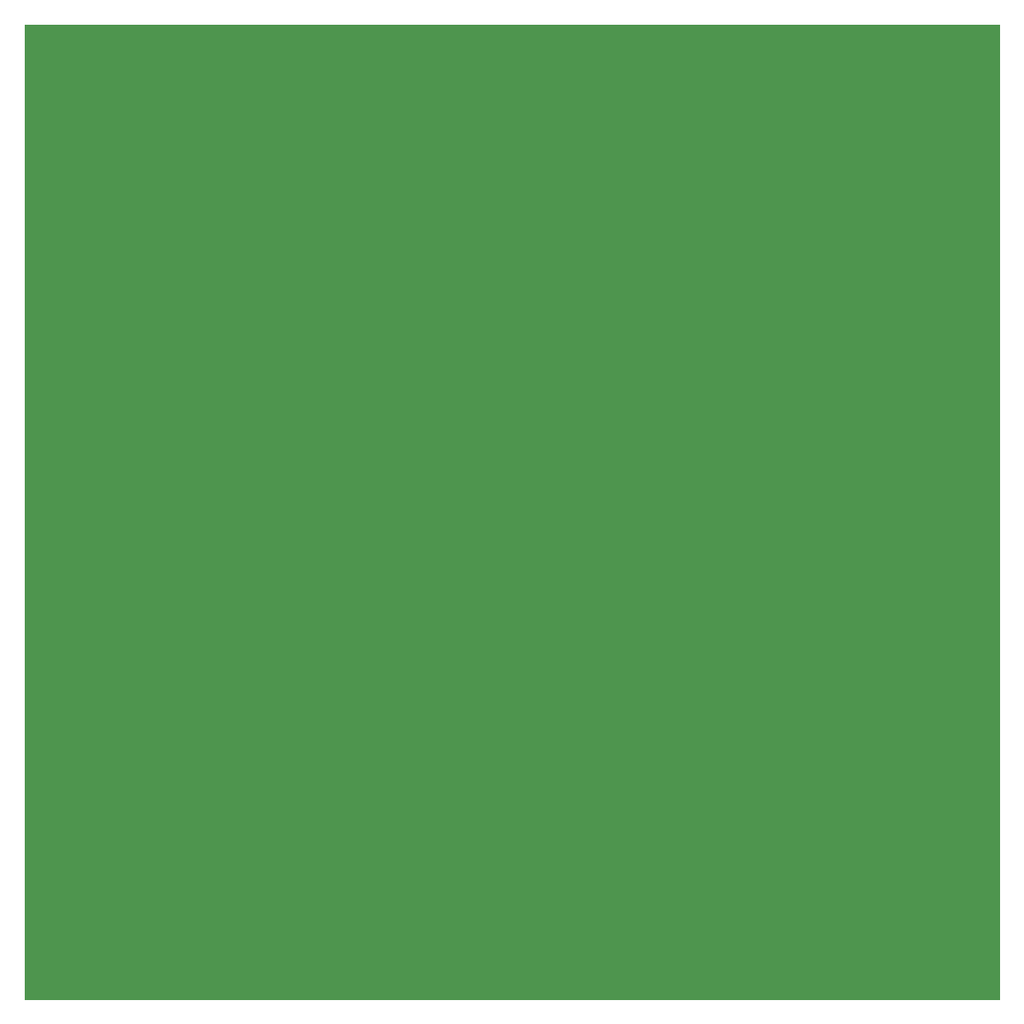
<source format=gbr>
G04 DipTrace 4.1.0.1*
G04 TopSilk.gbr*
%MOIN*%
G04 #@! TF.FileFunction,Legend,Top*
G04 #@! TF.Part,Single*
%ADD10C,0.004724*%
%ADD21C,0.15748*%
%ADD39C,0.082677*%
%ADD41R,0.074803X0.074803*%
%ADD43C,0.102362*%
%ADD45C,0.129921*%
%ADD46C,0.122047*%
%ADD47C,0.122047*%
%ADD49C,0.181102*%
%ADD51R,0.082677X0.082677*%
%ADD52C,0.090551*%
%ADD53C,0.161417*%
%ADD55C,0.161417*%
%ADD57R,0.161417X0.161417*%
%ADD59R,0.090551X0.090551*%
%ADD60C,0.090551*%
%ADD62C,0.102362*%
%ADD64R,0.102362X0.102362*%
G04 #@! TA.AperFunction,Conductor*
%ADD13C,0.07874*%
%ADD14C,0.059055*%
G04 #@! TA.AperFunction,ComponentPad*
%ADD15C,0.11811*%
%ADD16R,0.098425X0.098425*%
%ADD17C,0.098425*%
%ADD18C,0.086614*%
%ADD19R,0.086614X0.086614*%
%ADD20R,0.15748X0.15748*%
%ADD22C,0.15748*%
%ADD23C,0.086614*%
%ADD24R,0.07874X0.07874*%
%ADD25C,0.177165*%
%ADD26C,0.11811*%
%ADD27C,0.125984*%
%ADD28C,0.098425*%
%ADD29R,0.070866X0.070866*%
%ADD30C,0.07874*%
%ADD67C,0.00772*%
%ADD68C,0.012351*%
%ADD69C,0.004632*%
%FSLAX26Y26*%
G04*
G70*
G90*
G75*
G01*
G04 TopSilk*
%LPD*%
X1293701Y3393701D2*
D10*
X1493701D1*
Y4193701D1*
X1293701D1*
Y3393701D1*
X2143701D2*
X2343701D1*
Y4193701D1*
X2143701D1*
Y3393701D1*
X2843701Y3343701D2*
X3043701D1*
Y4143701D1*
X2843701D1*
Y3343701D1*
X2793701Y2848425D2*
G02X2793701Y2848425I0J196850D01*
G01*
X2781890Y3202756D2*
X2805512D1*
X2793701Y3214567D2*
Y3190945D1*
X2393708Y1298425D2*
G02X2393708Y1298425I-5J196850D01*
G01*
X2381888Y1652756D2*
X2405510D1*
X2393699Y1664567D2*
X2393700Y1640945D1*
X1843702Y2643701D2*
Y2618701D1*
X1443702Y2618692D1*
Y2643692D1*
X1443700Y2743692D2*
X1443699Y2768692D1*
X1843699Y2768701D1*
X1843700Y2743701D1*
X1662591Y1881881D2*
Y1905521D1*
X1650794Y1893701D2*
X1674421D1*
X1693693D2*
G02X1693693Y1893701I150007J0D01*
G01*
X1662591Y2281881D2*
Y2305521D1*
X1650794Y2293701D2*
X1674421D1*
X1693693D2*
G02X1693693Y2293701I150007J0D01*
G01*
X1293702Y743700D2*
X1168702Y743697D1*
X1293699Y893700D2*
X1168699Y893697D1*
X1168701Y1968701D2*
X1293701D1*
X1168701Y1818701D2*
X1293701D1*
Y918701D2*
X1168701D1*
X1293701Y1068701D2*
X1168701D1*
Y2468701D2*
X1293701D1*
X1168701Y2318701D2*
X1293701D1*
X4138976Y993701D2*
G02X4138976Y993701I-196850J0D01*
G01*
X3784646Y981890D2*
Y1005512D1*
X3772835Y993701D2*
X3796457D1*
X4138976Y1443701D2*
G02X4138976Y1443701I-196850J0D01*
G01*
X3784646Y1431890D2*
Y1455512D1*
X3772835Y1443701D2*
X3796457D1*
X2318706Y764561D2*
X2318714Y564561D1*
X3118714Y564596D1*
X3118706Y764596D1*
X2318706Y764561D1*
X3580521Y3762591D2*
X3556881D1*
X3568701Y3750794D2*
Y3774421D1*
X3418694Y3943700D2*
G02X3418694Y3943700I150007J0D01*
G01*
X3953946Y3596442D2*
X3930306D1*
X3942126Y3584646D2*
Y3608273D1*
X3792119Y3777552D2*
G02X3792119Y3777552I150007J0D01*
G01*
X1522834Y687388D2*
X1522833Y711028D1*
X1511037Y699208D2*
X1534664D1*
X1553936Y699213D2*
G02X1553936Y699213I150007J0D01*
G01*
X2718701Y4193701D2*
X2443701D1*
Y3318701D1*
X2718701D1*
Y4193701D1*
Y4168701D2*
X2443701D1*
X2143701Y2768701D2*
Y2618701D1*
X2481201D1*
Y2768701D1*
X2143701D1*
X2093701D2*
Y2618701D1*
X2143701D1*
Y2768701D1*
X2093701D1*
X2105979Y2440551D2*
X2381423D1*
X2105979Y2546850D2*
X2381423D1*
X2105979Y2440551D2*
Y2546850D1*
X2353787Y2440551D2*
X2385554D1*
Y2546850D1*
X2353787D1*
X2141168D2*
Y2440551D1*
X1650794Y1329060D2*
Y1053617D1*
X1757093Y1329060D2*
Y1053617D1*
X1650794Y1329060D2*
X1757093D1*
X1650794Y1081252D2*
Y1049486D1*
X1757093D1*
Y1081252D1*
Y1293871D2*
X1650794D1*
X1490551Y1329060D2*
Y1053617D1*
X1596850Y1329060D2*
Y1053617D1*
X1490551Y1329060D2*
X1596850D1*
X1490551Y1081252D2*
Y1049486D1*
X1596850D1*
Y1081252D1*
Y1293871D2*
X1490551D1*
X3231201Y827953D2*
X3456201D1*
Y1277953D1*
X3231201D1*
Y827953D1*
Y777953D2*
X3456201D1*
Y827953D1*
X3231201D1*
Y777953D1*
X4267125Y1975931D2*
X4267127Y1861475D1*
G02X4267125Y1975931I-98598J57226D01*
G01*
X3643701Y3297433D2*
X3418701D1*
Y2847433D1*
X3643701D1*
Y3297433D1*
Y3347433D2*
X3418701D1*
Y3297433D1*
X3643701D1*
Y3347433D1*
X493701Y2743701D2*
X893701D1*
Y3843701D1*
X493701D1*
Y2743701D1*
X490551Y2468701D2*
Y2268701D1*
X690551D1*
Y2468701D1*
X490551D1*
Y2043701D2*
Y1843701D1*
X690551D1*
Y2043701D1*
X490551D1*
Y1643701D2*
Y1443701D1*
X690551D1*
Y1643701D1*
X490551D1*
X3979528Y3393701D2*
Y3193701D1*
X4179528D1*
Y3393701D1*
X3979528D1*
Y2593701D2*
Y2393701D1*
X4179528D1*
Y2593701D1*
X3979528D1*
Y2993701D2*
Y2793701D1*
X4179528D1*
Y2993701D1*
X3979528D1*
X2450000Y2240551D2*
X2272835D1*
Y1846850D1*
X2450000D1*
Y2240551D1*
X2414567D2*
Y1846850D1*
X993703Y2743699D2*
X1193703Y2743703D1*
X1193694Y3243703D1*
X993694Y3243699D1*
X993703Y2743699D1*
X1643701Y3093701D2*
Y2893701D1*
X2143701D1*
Y3093701D1*
X1643701D1*
Y3293701D2*
Y3093701D1*
X2143701D1*
Y3293701D1*
X1643701D1*
X1968701Y793701D2*
X2168701D1*
Y1293701D1*
X1968701D1*
Y793701D1*
X2018701Y1743701D2*
X2118701D1*
Y2043701D1*
X2018701D1*
Y1743701D1*
X1818701Y1041339D2*
X1918701D1*
Y1341339D1*
X1818701D1*
Y1041339D1*
X1093701Y2093701D2*
Y1993701D1*
X1393701D1*
Y2093701D1*
X1093701D1*
Y1793701D2*
Y1693701D1*
X1393701D1*
Y1793701D1*
X1093701D1*
X793701Y1343701D2*
X893701D1*
Y1643701D1*
X793701D1*
Y1343701D1*
X1093701Y2243701D2*
Y2143701D1*
X1393701D1*
Y2243701D1*
X1093701D1*
X2422047Y1241339D2*
Y1141339D1*
X2722047D1*
Y1241339D1*
X2422047D1*
X3693701Y1277559D2*
X3493701D1*
Y777559D1*
X3693701D1*
Y1277559D1*
X4268701Y1341339D2*
X4168701D1*
Y1041339D1*
X4268701D1*
Y1341339D1*
X3718701Y2902756D2*
X3868701D1*
Y3302756D1*
X3718701D1*
Y2902756D1*
X2722047Y977559D2*
Y1077559D1*
X2422047D1*
Y977559D1*
X2722047D1*
X1668701Y3793701D2*
X2018701D1*
Y3818701D1*
X1668701D1*
Y3793701D1*
X1693701Y3743701D2*
Y3768701D1*
X1993701D1*
Y3743701D1*
X1693701Y3868701D2*
Y3843701D1*
X1993701D1*
Y3868701D1*
X2743701Y2568701D2*
Y1718701D1*
X3643701D1*
Y2568701D1*
X2743701D1*
X1346067Y1490551D2*
Y1096850D1*
X1141335D2*
X1346067D1*
X1141335Y1490551D2*
Y1096850D1*
Y1490551D2*
X1220075D1*
X1346067D2*
X1267327D1*
X1220075D2*
G03X1267327Y1490551I23626J4D01*
G01*
X968701Y3393701D2*
X1218701D1*
Y4193701D1*
X968701D1*
Y3393701D1*
X1357416Y3797919D2*
D67*
X1352663Y3795543D1*
X1347854Y3790734D1*
X1345478Y3785981D1*
Y3776420D1*
X1347854Y3771611D1*
X1352663Y3766858D1*
X1357416Y3764426D1*
X1364601Y3762049D1*
X1376594D1*
X1383724Y3764426D1*
X1388533Y3766858D1*
X1393286Y3771611D1*
X1395718Y3776420D1*
Y3785981D1*
X1393286Y3790734D1*
X1388533Y3795543D1*
X1383724Y3797919D1*
X1355095Y3813359D2*
X1352663Y3818167D1*
X1345533Y3825352D1*
X1395718D1*
X2227506Y3787169D2*
X2222753Y3784793D1*
X2217945Y3779984D1*
X2215568Y3775231D1*
Y3765670D1*
X2217945Y3760861D1*
X2222753Y3756108D1*
X2227506Y3753676D1*
X2234692Y3751300D1*
X2246685D1*
X2253815Y3753676D1*
X2258623Y3756108D1*
X2263376Y3760861D1*
X2265808Y3765670D1*
Y3775231D1*
X2263376Y3779984D1*
X2258623Y3784793D1*
X2253815Y3787169D1*
X2227562Y3805041D2*
X2225185D1*
X2220377Y3807417D1*
X2218000Y3809794D1*
X2215624Y3814602D1*
Y3824164D1*
X2218000Y3828917D1*
X2220377Y3831294D1*
X2225185Y3833725D1*
X2229938D1*
X2234747Y3831294D1*
X2241877Y3826540D1*
X2265808Y3802609D1*
Y3836102D1*
X2932416Y3737169D2*
X2927663Y3734793D1*
X2922854Y3729984D1*
X2920478Y3725231D1*
Y3715670D1*
X2922854Y3710861D1*
X2927663Y3706108D1*
X2932416Y3703676D1*
X2939601Y3701300D1*
X2951594D1*
X2958724Y3703676D1*
X2963533Y3706108D1*
X2968286Y3710861D1*
X2970718Y3715670D1*
Y3725231D1*
X2968286Y3729984D1*
X2963533Y3734793D1*
X2958724Y3737169D1*
X2920533Y3757417D2*
Y3783670D1*
X2939656Y3769355D1*
Y3776540D1*
X2942033Y3781294D1*
X2944409Y3783670D1*
X2951594Y3786102D1*
X2956348D1*
X2963533Y3783670D1*
X2968341Y3778917D1*
X2970718Y3771732D1*
Y3764547D1*
X2968341Y3757417D1*
X2965909Y3755041D1*
X2961156Y3752609D1*
X3002922Y3236470D2*
X3000546Y3241223D1*
X2995737Y3246032D1*
X2990984Y3248408D1*
X2981422D1*
X2976614Y3246032D1*
X2971861Y3241223D1*
X2969429Y3236470D1*
X2967052Y3229285D1*
Y3217291D1*
X2969429Y3210162D1*
X2971861Y3205353D1*
X2976614Y3200600D1*
X2981422Y3198168D1*
X2990984D1*
X2995737Y3200600D1*
X3000546Y3205353D1*
X3002922Y3210162D1*
X3042293Y3198168D2*
Y3248353D1*
X3018361Y3214915D1*
X3054231D1*
X2604111Y1711475D2*
X2601735Y1716228D1*
X2596926Y1721037D1*
X2592173Y1723413D1*
X2582611D1*
X2577803Y1721036D1*
X2573050Y1716228D1*
X2570618Y1711474D1*
X2568242Y1704289D1*
Y1692296D1*
X2570619Y1685166D1*
X2573051Y1680358D1*
X2577804Y1675605D1*
X2582613Y1673173D1*
X2592174D1*
X2596927Y1675605D1*
X2601736Y1680358D1*
X2604112Y1685167D1*
X2648235Y1723359D2*
X2624359D1*
X2621983Y1701859D1*
X2624359Y1704236D1*
X2631544Y1706668D1*
X2638674D1*
X2645859Y1704236D1*
X2650668Y1699483D1*
X2653044Y1692298D1*
X2653045Y1687545D1*
X2650668Y1680360D1*
X2645860Y1675551D1*
X2638675Y1673174D1*
X2631545D1*
X2624360Y1675551D1*
X2621983Y1677982D1*
X2619551Y1682736D1*
X1638388Y2709894D2*
X1636011Y2714647D1*
X1631202Y2719455D1*
X1626449Y2721832D1*
X1616888Y2721831D1*
X1612079Y2719455D1*
X1607326Y2714646D1*
X1604894Y2709893D1*
X1602518Y2702708D1*
Y2690714D1*
X1604895Y2683585D1*
X1607327Y2678776D1*
X1612080Y2674023D1*
X1616889Y2671591D1*
X1626450Y2671592D1*
X1631203Y2674024D1*
X1636012Y2678777D1*
X1638388Y2683585D1*
X1682512Y2714648D2*
X1680135Y2719401D1*
X1672950Y2721777D1*
X1668197D1*
X1661012Y2719401D1*
X1656203Y2712215D1*
X1653827Y2700277D1*
Y2688339D1*
X1656204Y2678777D1*
X1661013Y2673969D1*
X1668198Y2671593D1*
X1670574D1*
X1677704Y2673969D1*
X1682512Y2678778D1*
X1684889Y2685963D1*
Y2688340D1*
X1682512Y2695525D1*
X1677704Y2700278D1*
X1670574Y2702654D1*
X1668197D1*
X1661012Y2700277D1*
X1656204Y2695524D1*
X1653827Y2688339D1*
X2065719Y1904986D2*
X2063343Y1909739D1*
X2058534Y1914547D1*
X2053781Y1916924D1*
X2044219D1*
X2039411Y1914547D1*
X2034658Y1909739D1*
X2032226Y1904986D1*
X2029849Y1897801D1*
Y1885807D1*
X2032226Y1878677D1*
X2034658Y1873869D1*
X2039411Y1869116D1*
X2044219Y1866684D1*
X2053781D1*
X2058534Y1869116D1*
X2063343Y1873869D1*
X2065719Y1878677D1*
X2090720Y1866684D2*
X2114652Y1916869D1*
X2081159D1*
X2065747Y2309895D2*
X2063370Y2314648D1*
X2058562Y2319457D1*
X2053809Y2321833D1*
X2044247D1*
X2039439Y2319457D1*
X2034685Y2314648D1*
X2032254Y2309895D1*
X2029877Y2302710D1*
Y2290717D1*
X2032254Y2283587D1*
X2034685Y2278778D1*
X2039439Y2274025D1*
X2044247Y2271593D1*
X2053809D1*
X2058562Y2274025D1*
X2063370Y2278778D1*
X2065747Y2283587D1*
X2093124Y2321778D2*
X2085995Y2319401D1*
X2083563Y2314648D1*
Y2309840D1*
X2085995Y2305087D1*
X2090748Y2302655D1*
X2100309Y2300278D1*
X2107495Y2297902D1*
X2112248Y2293093D1*
X2114624Y2288340D1*
Y2281155D1*
X2112248Y2276402D1*
X2109871Y2273970D1*
X2102686Y2271593D1*
X2093124D1*
X2085995Y2273970D1*
X2083563Y2276402D1*
X2081186Y2281155D1*
Y2288340D1*
X2083563Y2293093D1*
X2088371Y2297902D1*
X2095501Y2300278D1*
X2105063Y2302655D1*
X2109871Y2305087D1*
X2112248Y2309840D1*
Y2314648D1*
X2109871Y2319401D1*
X2102686Y2321778D1*
X2093124D1*
X988360Y834891D2*
X985983Y839644D1*
X981175Y844453D1*
X976422Y846829D1*
X966860D1*
X962052Y844452D1*
X957298Y839644D1*
X954867Y834891D1*
X952490Y827705D1*
X952491Y815712D1*
X954867Y808582D1*
X957299Y803774D1*
X962053Y799021D1*
X966861Y796589D1*
X976423D1*
X981176Y799021D1*
X985984Y803775D1*
X988361Y808583D1*
X1034916Y830084D2*
X1032484Y822899D1*
X1027731Y818090D1*
X1020546Y815714D1*
X1018170Y815713D1*
X1010985Y818090D1*
X1006231Y822898D1*
X1003799Y830083D1*
Y832460D1*
X1006231Y839645D1*
X1010984Y844398D1*
X1018169Y846775D1*
X1020546D1*
X1027731Y844399D1*
X1032484Y839645D1*
X1034916Y830084D1*
Y818090D1*
X1032485Y806152D1*
X1027732Y798967D1*
X1020547Y796590D1*
X1015794D1*
X1008609Y798967D1*
X1006232Y803775D1*
X1448453Y1909895D2*
X1446077Y1914648D1*
X1441268Y1919457D1*
X1436515Y1921833D1*
X1426953D1*
X1422145Y1919457D1*
X1417392Y1914648D1*
X1414960Y1909895D1*
X1412583Y1902710D1*
Y1890717D1*
X1414960Y1883587D1*
X1417392Y1878778D1*
X1422145Y1874025D1*
X1426953Y1871593D1*
X1436515D1*
X1441268Y1874025D1*
X1446077Y1878778D1*
X1448453Y1883587D1*
X1463892Y1912216D2*
X1468701Y1914648D1*
X1475886Y1921778D1*
Y1871593D1*
X1505695Y1921778D2*
X1498510Y1919401D1*
X1493702Y1912216D1*
X1491325Y1900278D1*
Y1893093D1*
X1493702Y1881155D1*
X1498510Y1873970D1*
X1505695Y1871593D1*
X1510448D1*
X1517633Y1873970D1*
X1522387Y1881155D1*
X1524818Y1893093D1*
Y1900278D1*
X1522387Y1912216D1*
X1517633Y1919401D1*
X1510448Y1921778D1*
X1505695D1*
X1522387Y1912216D2*
X1493702Y1881155D1*
X984203Y1014803D2*
X981826Y1019556D1*
X977018Y1024365D1*
X972265Y1026741D1*
X962703D1*
X957895Y1024365D1*
X953142Y1019556D1*
X950710Y1014803D1*
X948333Y1007618D1*
Y995625D1*
X950710Y988495D1*
X953142Y983686D1*
X957895Y978933D1*
X962703Y976501D1*
X972265D1*
X977018Y978933D1*
X981826Y983686D1*
X984203Y988495D1*
X999642Y1017125D2*
X1004451Y1019556D1*
X1011636Y1026686D1*
Y976501D1*
X1027075Y1017125D2*
X1031883Y1019556D1*
X1039068Y1026686D1*
Y976501D1*
X1448453Y2409895D2*
X1446077Y2414648D1*
X1441268Y2419457D1*
X1436515Y2421833D1*
X1426953D1*
X1422145Y2419457D1*
X1417392Y2414648D1*
X1414960Y2409895D1*
X1412583Y2402710D1*
Y2390717D1*
X1414960Y2383587D1*
X1417392Y2378778D1*
X1422145Y2374025D1*
X1426953Y2371593D1*
X1436515D1*
X1441268Y2374025D1*
X1446077Y2378778D1*
X1448453Y2383587D1*
X1463892Y2412216D2*
X1468701Y2414648D1*
X1475886Y2421778D1*
Y2371593D1*
X1493757Y2409840D2*
Y2412216D1*
X1496134Y2417025D1*
X1498510Y2419401D1*
X1503319Y2421778D1*
X1512880D1*
X1517633Y2419401D1*
X1520010Y2417025D1*
X1522442Y2412216D1*
Y2407463D1*
X1520010Y2402655D1*
X1515257Y2395525D1*
X1491325Y2371593D1*
X1524818D1*
X3796878Y767953D2*
X3794502Y772706D1*
X3789693Y777514D1*
X3784940Y779891D1*
X3775378D1*
X3770570Y777514D1*
X3765817Y772706D1*
X3763385Y767953D1*
X3761008Y760768D1*
Y748774D1*
X3763385Y741645D1*
X3765817Y736836D1*
X3770570Y732083D1*
X3775378Y729651D1*
X3784940D1*
X3789693Y732083D1*
X3794502Y736836D1*
X3796878Y741645D1*
X3812318Y770274D2*
X3817126Y772706D1*
X3824311Y779836D1*
Y729651D1*
X3844559Y779836D2*
X3870812D1*
X3856497Y760713D1*
X3863682D1*
X3868435Y758336D1*
X3870812Y755959D1*
X3873244Y748774D1*
Y744021D1*
X3870812Y736836D1*
X3866059Y732028D1*
X3858874Y729651D1*
X3851688D1*
X3844559Y732028D1*
X3842182Y734459D1*
X3839750Y739213D1*
X3795690Y1676836D2*
X3793313Y1681589D1*
X3788505Y1686398D1*
X3783752Y1688774D1*
X3774190D1*
X3769382Y1686398D1*
X3764629Y1681589D1*
X3762197Y1676836D1*
X3759820Y1669651D1*
Y1657658D1*
X3762197Y1650528D1*
X3764629Y1645719D1*
X3769382Y1640966D1*
X3774190Y1638534D1*
X3783752D1*
X3788505Y1640966D1*
X3793313Y1645719D1*
X3795690Y1650528D1*
X3811129Y1679157D2*
X3815938Y1681589D1*
X3823123Y1688719D1*
Y1638534D1*
X3862494D2*
Y1688719D1*
X3838562Y1655281D1*
X3874432D1*
X2698458Y680767D2*
X2696081Y685520D1*
X2691272Y690328D1*
X2686519Y692705D1*
X2676957Y692704D1*
X2672149Y690327D1*
X2667396Y685519D1*
X2664964Y680765D1*
X2662588Y673580D1*
X2662589Y661587D1*
X2664965Y654457D1*
X2667398Y649649D1*
X2672151Y644896D1*
X2676959Y642464D1*
X2686521Y642465D1*
X2691274Y644897D1*
X2696082Y649650D1*
X2698459Y654459D1*
X2713897Y683089D2*
X2718705Y685521D1*
X2725890Y692651D1*
X2725892Y642466D1*
X2770014Y692653D2*
X2746138Y692652D1*
X2743762Y671152D1*
X2746138Y673529D1*
X2753323Y675961D1*
X2760453D1*
X2767638Y673530D1*
X2772447Y668777D1*
X2774824Y661592D1*
Y656839D1*
X2772448Y649653D1*
X2767639Y644845D1*
X2760455Y642468D1*
X2753325D1*
X2746140Y644844D1*
X2743763Y647276D1*
X2741331Y652029D1*
X3357416Y3902003D2*
X3352663Y3899626D1*
X3347854Y3894818D1*
X3345478Y3890065D1*
Y3880503D1*
X3347854Y3875695D1*
X3352663Y3870941D1*
X3357416Y3868510D1*
X3364601Y3866133D1*
X3376594D1*
X3383724Y3868510D1*
X3388533Y3870941D1*
X3393286Y3875695D1*
X3395718Y3880503D1*
Y3890065D1*
X3393286Y3894818D1*
X3388533Y3899626D1*
X3383724Y3902003D1*
X3355095Y3917442D2*
X3352663Y3922251D1*
X3345533Y3929436D1*
X3395718D1*
Y3954437D2*
X3345533Y3978368D1*
Y3944875D1*
X3730841Y3735882D2*
X3726088Y3733506D1*
X3721279Y3728697D1*
X3718903Y3723944D1*
Y3714382D1*
X3721279Y3709574D1*
X3726088Y3704821D1*
X3730841Y3702389D1*
X3738026Y3700012D1*
X3750020D1*
X3757149Y3702389D1*
X3761958Y3704821D1*
X3766711Y3709574D1*
X3769143Y3714382D1*
Y3723944D1*
X3766711Y3728697D1*
X3761958Y3733506D1*
X3757149Y3735882D1*
X3728520Y3751322D2*
X3726088Y3756130D1*
X3718958Y3763315D1*
X3769143D1*
X3718958Y3790693D2*
X3721335Y3783563D1*
X3726088Y3781131D1*
X3730896D1*
X3735650Y3783563D1*
X3738081Y3788316D1*
X3740458Y3797878D1*
X3742835Y3805063D1*
X3747643Y3809816D1*
X3752396Y3812192D1*
X3759581D1*
X3764334Y3809816D1*
X3766766Y3807439D1*
X3769143Y3800254D1*
Y3790693D1*
X3766766Y3783563D1*
X3764334Y3781131D1*
X3759581Y3778754D1*
X3752396D1*
X3747643Y3781131D1*
X3742835Y3785939D1*
X3740458Y3793069D1*
X3738081Y3802631D1*
X3735650Y3807439D1*
X3730896Y3809816D1*
X3726088D1*
X3721335Y3807439D1*
X3718958Y3800254D1*
Y3790693D1*
X1672353Y820315D2*
X1669976Y825068D1*
X1665168Y829876D1*
X1660414Y832253D1*
X1650853Y832252D1*
X1646044Y829876D1*
X1641291Y825067D1*
X1638860Y820314D1*
X1636483Y813129D1*
X1636484Y801135D1*
X1638860Y794005D1*
X1641292Y789197D1*
X1646046Y784444D1*
X1650854Y782012D1*
X1660416Y782013D1*
X1665169Y784445D1*
X1669977Y789198D1*
X1672354Y794006D1*
X1687792Y822637D2*
X1692601Y825069D1*
X1699785Y832198D1*
X1699787Y782014D1*
X1746342Y815508D2*
X1743910Y808323D1*
X1739157Y803515D1*
X1731972Y801138D1*
X1729596D1*
X1722411Y803514D1*
X1717657Y808323D1*
X1715225Y815508D1*
Y817884D1*
X1717657Y825069D1*
X1722410Y829823D1*
X1729595Y832199D1*
X1731971D1*
X1739156Y829823D1*
X1743910Y825070D1*
X1746342Y815508D1*
Y803515D1*
X1743911Y791577D1*
X1739158Y784392D1*
X1731973Y782015D1*
X1727220D1*
X1720035Y784391D1*
X1717658Y789199D1*
X2810775Y4068745D2*
D68*
X2741887D1*
X2776286Y4103145D2*
Y4034257D1*
X2736183Y3876242D2*
X2816567Y3906928D1*
X2736183Y3937525D1*
X2762978Y3926029D2*
Y3887738D1*
X2797466Y3794148D2*
X2805071Y3797950D1*
X2812764Y3805644D1*
X2816567Y3813249D1*
Y3828547D1*
X2812764Y3836241D1*
X2805071Y3843846D1*
X2797466Y3847737D1*
X2785970Y3851539D1*
X2766780D1*
X2755372Y3847737D1*
X2747679Y3843846D1*
X2740074Y3836241D1*
X2736183Y3828547D1*
Y3813249D1*
X2740074Y3805644D1*
X2747679Y3797950D1*
X2755372Y3794148D1*
X2736183Y3626242D2*
X2816567Y3656928D1*
X2736183Y3687525D1*
X2762978Y3676029D2*
Y3637738D1*
X2797466Y3544148D2*
X2805071Y3547950D1*
X2812764Y3555644D1*
X2816567Y3563249D1*
Y3578547D1*
X2812764Y3586241D1*
X2805071Y3593846D1*
X2797466Y3597737D1*
X2785970Y3601539D1*
X2766780D1*
X2755372Y3597737D1*
X2747679Y3593846D1*
X2740074Y3586241D1*
X2736183Y3578547D1*
Y3563249D1*
X2740074Y3555644D1*
X2747679Y3547950D1*
X2755372Y3544148D1*
X2776331Y3440352D2*
Y3396136D1*
X2563238Y4284333D2*
D67*
Y4234093D1*
X2579984D1*
X2587169Y4236525D1*
X2591978Y4241278D1*
X2594354Y4246087D1*
X2596731Y4253217D1*
Y4265210D1*
X2594354Y4272395D1*
X2591978Y4277148D1*
X2587169Y4281957D1*
X2579984Y4284333D1*
X2563238D1*
X2612170Y4274716D2*
X2616979Y4277148D1*
X2624164Y4284278D1*
Y4234093D1*
X2252488Y2721833D2*
Y2671593D1*
X2269234D1*
X2276420Y2674025D1*
X2281228Y2678778D1*
X2283605Y2683587D1*
X2285981Y2690717D1*
Y2702710D1*
X2283605Y2709895D1*
X2281228Y2714648D1*
X2276420Y2719457D1*
X2269234Y2721833D1*
X2252488D1*
X2303852Y2709840D2*
Y2712216D1*
X2306229Y2717025D1*
X2308605Y2719401D1*
X2313414Y2721778D1*
X2322976D1*
X2327729Y2719401D1*
X2330105Y2717025D1*
X2332537Y2712216D1*
Y2707463D1*
X2330105Y2702655D1*
X2325352Y2695525D1*
X2301420Y2671593D1*
X2334914D1*
X2202488Y2521833D2*
Y2471593D1*
X2219234D1*
X2226420Y2474025D1*
X2231228Y2478778D1*
X2233605Y2483587D1*
X2235981Y2490717D1*
Y2502710D1*
X2233605Y2509895D1*
X2231228Y2514648D1*
X2226420Y2519457D1*
X2219234Y2521833D1*
X2202488D1*
X2256229Y2521778D2*
X2282482D1*
X2268167Y2502655D1*
X2275352D1*
X2280105Y2500278D1*
X2282482Y2497902D1*
X2284914Y2490717D1*
Y2485963D1*
X2282482Y2478778D1*
X2277729Y2473970D1*
X2270544Y2471593D1*
X2263359D1*
X2256229Y2473970D1*
X2253852Y2476402D1*
X2251420Y2481155D1*
X1732076Y1233740D2*
X1681836D1*
Y1216993D1*
X1684268Y1209808D1*
X1689021Y1205000D1*
X1693830Y1202623D1*
X1700959Y1200247D1*
X1712953D1*
X1720138Y1202623D1*
X1724891Y1205000D1*
X1729700Y1209808D1*
X1732076Y1216993D1*
Y1233740D1*
X1681836Y1160876D2*
X1732021D1*
X1698583Y1184807D1*
Y1148937D1*
X1571833Y1207552D2*
X1521593D1*
Y1190805D1*
X1524025Y1183620D1*
X1528778Y1178811D1*
X1533587Y1176435D1*
X1540717Y1174058D1*
X1552710D1*
X1559895Y1176435D1*
X1564648Y1178811D1*
X1569457Y1183620D1*
X1571833Y1190805D1*
Y1207552D1*
X1571778Y1129934D2*
Y1153811D1*
X1550278Y1156187D1*
X1552655Y1153811D1*
X1555087Y1146625D1*
Y1139496D1*
X1552655Y1132311D1*
X1547902Y1127502D1*
X1540717Y1125126D1*
X1535963D1*
X1528778Y1127502D1*
X1523970Y1132311D1*
X1521593Y1139496D1*
Y1146625D1*
X1523970Y1153811D1*
X1526402Y1156187D1*
X1531155Y1158619D1*
X3315568Y1010552D2*
X3365808D1*
Y1027298D1*
X3363376Y1034483D1*
X3358623Y1039292D1*
X3353815Y1041668D1*
X3346685Y1044045D1*
X3334692D1*
X3327506Y1041668D1*
X3322753Y1039292D1*
X3317945Y1034483D1*
X3315568Y1027298D1*
Y1010552D1*
X3322753Y1088169D2*
X3318000Y1085792D1*
X3315624Y1078607D1*
Y1073854D1*
X3318000Y1066669D1*
X3325185Y1061861D1*
X3337123Y1059484D1*
X3349062D1*
X3358623Y1061861D1*
X3363432Y1066669D1*
X3365808Y1073854D1*
Y1076231D1*
X3363432Y1083361D1*
X3358623Y1088169D1*
X3351438Y1090546D1*
X3349062D1*
X3341877Y1088169D1*
X3337123Y1083361D1*
X3334747Y1076231D1*
Y1073854D1*
X3337123Y1066669D1*
X3341877Y1061861D1*
X3349062Y1059484D1*
X4203487Y1831049D2*
D69*
X4203486Y1856882D1*
X4216387Y1843982D2*
X4190554D1*
X4202044Y1731477D2*
D67*
X4202043Y1781717D1*
X4185296D1*
X4178111Y1779285D1*
X4173303Y1774532D1*
X4170926Y1769723D1*
X4168550Y1762593D1*
Y1750600D1*
X4170927Y1743415D1*
X4173304Y1738662D1*
X4178112Y1733853D1*
X4185297Y1731477D1*
X4202044D1*
X4143549Y1781716D2*
X4119618Y1731531D1*
X4153111D1*
X3559333Y3143941D2*
X3509093D1*
Y3127195D1*
X3511525Y3120010D1*
X3516278Y3115201D1*
X3521087Y3112824D1*
X3528217Y3110448D1*
X3540210D1*
X3547395Y3112824D1*
X3552148Y3115201D1*
X3556957Y3120010D1*
X3559333Y3127195D1*
Y3143941D1*
X3559278Y3083070D2*
X3556901Y3090200D1*
X3552148Y3092632D1*
X3547340D1*
X3542587Y3090200D1*
X3540155Y3085447D1*
X3537778Y3075885D1*
X3535402Y3068700D1*
X3530593Y3063947D1*
X3525840Y3061571D1*
X3518655D1*
X3513902Y3063947D1*
X3511470Y3066324D1*
X3509093Y3073509D1*
Y3083070D1*
X3511470Y3090200D1*
X3513902Y3092632D1*
X3518655Y3095009D1*
X3525840D1*
X3530593Y3092632D1*
X3535402Y3087824D1*
X3537778Y3080694D1*
X3540155Y3071132D1*
X3542587Y3066324D1*
X3547340Y3063947D1*
X3552148D1*
X3556901Y3066324D1*
X3559278Y3073509D1*
Y3083070D1*
X665568Y3295543D2*
Y3264426D1*
X715808D1*
X689500D2*
Y3283549D1*
X675185Y3310982D2*
X672753Y3315790D1*
X665624Y3322976D1*
X715808D1*
X588801Y2541924D2*
Y2503677D1*
X586424Y2496492D1*
X583992Y2494116D1*
X579239Y2491684D1*
X574431D1*
X569677Y2494116D1*
X567301Y2496492D1*
X564869Y2503677D1*
Y2508431D1*
X604240Y2532307D2*
X609048Y2534739D1*
X616233Y2541869D1*
Y2491684D1*
X578051Y2116924D2*
Y2078677D1*
X575674Y2071492D1*
X573242Y2069116D1*
X568489Y2066684D1*
X563681D1*
X558927Y2069116D1*
X556551Y2071492D1*
X554119Y2078677D1*
Y2083431D1*
X595922Y2104930D2*
Y2107307D1*
X598298Y2112115D1*
X600675Y2114492D1*
X605483Y2116869D1*
X615045D1*
X619798Y2114492D1*
X622175Y2112115D1*
X624607Y2107307D1*
Y2102554D1*
X622175Y2097745D1*
X617422Y2090616D1*
X593490Y2066684D1*
X626983D1*
X578051Y1716924D2*
Y1678677D1*
X575674Y1671492D1*
X573242Y1669116D1*
X568489Y1666684D1*
X563681D1*
X558927Y1669116D1*
X556551Y1671492D1*
X554119Y1678677D1*
Y1683431D1*
X598298Y1716869D2*
X624551D1*
X610237Y1697745D1*
X617422D1*
X622175Y1695369D1*
X624551Y1692992D1*
X626983Y1685807D1*
Y1681054D1*
X624551Y1673869D1*
X619798Y1669060D1*
X612613Y1666684D1*
X605428D1*
X598298Y1669060D1*
X595922Y1671492D1*
X593490Y1676245D1*
X4065839Y3466924D2*
Y3428677D1*
X4063462Y3421492D1*
X4061030Y3419116D1*
X4056277Y3416684D1*
X4051469D1*
X4046716Y3419116D1*
X4044339Y3421492D1*
X4041907Y3428677D1*
Y3433431D1*
X4105210Y3416684D2*
Y3466869D1*
X4081278Y3433431D1*
X4117148D1*
X4067027Y2666924D2*
Y2628677D1*
X4064651Y2621492D1*
X4062219Y2619116D1*
X4057465Y2616684D1*
X4052657D1*
X4047904Y2619116D1*
X4045527Y2621492D1*
X4043095Y2628677D1*
Y2633431D1*
X4111151Y2666869D2*
X4087275D1*
X4084898Y2645369D1*
X4087275Y2647745D1*
X4094460Y2650177D1*
X4101590D1*
X4108775Y2647745D1*
X4113583Y2642992D1*
X4115960Y2635807D1*
Y2631054D1*
X4113583Y2623869D1*
X4108775Y2619060D1*
X4101590Y2616684D1*
X4094460D1*
X4087275Y2619060D1*
X4084898Y2621492D1*
X4082466Y2626245D1*
X4068243Y3066924D2*
Y3028677D1*
X4065866Y3021492D1*
X4063435Y3019116D1*
X4058681Y3016684D1*
X4053873D1*
X4049120Y3019116D1*
X4046743Y3021492D1*
X4044311Y3028677D1*
Y3033431D1*
X4112367Y3059739D2*
X4109991Y3064492D1*
X4102806Y3066869D1*
X4098052D1*
X4090867Y3064492D1*
X4086059Y3057307D1*
X4083682Y3045369D1*
Y3033431D1*
X4086059Y3023869D1*
X4090867Y3019060D1*
X4098052Y3016684D1*
X4100429D1*
X4107559Y3019060D1*
X4112367Y3023869D1*
X4114744Y3031054D1*
Y3033431D1*
X4112367Y3040616D1*
X4107559Y3045369D1*
X4100429Y3047745D1*
X4098052D1*
X4090867Y3045369D1*
X4086059Y3040616D1*
X4083682Y3033431D1*
X2523223Y2062198D2*
X2520902Y2066951D1*
X2516093Y2071760D1*
X2511285Y2074136D1*
X2504100Y2076568D1*
X2492162D1*
X2484977Y2074136D1*
X2480223Y2071760D1*
X2475415Y2066951D1*
X2473038Y2062198D1*
Y2052636D1*
X2475415Y2047828D1*
X2480223Y2043075D1*
X2484977Y2040698D1*
X2492162Y2038266D1*
X2504100D1*
X2511285Y2040698D1*
X2516093Y2043075D1*
X2520902Y2047828D1*
X2523223Y2052636D1*
Y2062198D1*
X2482600Y2055013D2*
X2468230Y2040698D1*
X2513606Y2022827D2*
X2516038Y2018019D1*
X2523168Y2010834D1*
X2472983D1*
X1089501Y2988235D2*
Y3009735D1*
X1087069Y3016920D1*
X1084692Y3019352D1*
X1079939Y3021728D1*
X1075131D1*
X1070378Y3019351D1*
X1067946Y3016920D1*
X1065569Y3009734D1*
X1065570Y2988235D1*
X1115810Y2988236D1*
X1089501Y3004982D2*
X1115809Y3021729D1*
X1075186Y3037167D2*
X1072754Y3041976D1*
X1065624Y3049161D1*
X1115809Y3049162D1*
X1852488Y2997902D2*
X1873988D1*
X1881173Y3000333D1*
X1883605Y3002710D1*
X1885981Y3007463D1*
Y3012272D1*
X1883605Y3017025D1*
X1881173Y3019457D1*
X1873988Y3021833D1*
X1852488D1*
Y2971593D1*
X1869234Y2997902D2*
X1885981Y2971593D1*
X1903852Y3009840D2*
Y3012216D1*
X1906229Y3017025D1*
X1908605Y3019401D1*
X1913414Y3021778D1*
X1922976D1*
X1927729Y3019401D1*
X1930105Y3017025D1*
X1932537Y3012216D1*
Y3007463D1*
X1930105Y3002655D1*
X1925352Y2995525D1*
X1901420Y2971593D1*
X1934914D1*
X1852488Y3197902D2*
X1873988D1*
X1881173Y3200333D1*
X1883605Y3202710D1*
X1885981Y3207463D1*
Y3212272D1*
X1883605Y3217025D1*
X1881173Y3219457D1*
X1873988Y3221833D1*
X1852488D1*
Y3171593D1*
X1869234Y3197902D2*
X1885981Y3171593D1*
X1906229Y3221778D2*
X1932482D1*
X1918167Y3202655D1*
X1925352D1*
X1930105Y3200278D1*
X1932482Y3197902D1*
X1934914Y3190717D1*
Y3185963D1*
X1932482Y3178778D1*
X1927729Y3173970D1*
X1920544Y3171593D1*
X1913359D1*
X1906229Y3173970D1*
X1903852Y3176402D1*
X1901420Y3181155D1*
X2069409Y1001300D2*
Y1022799D1*
X2066978Y1029984D1*
X2064601Y1032416D1*
X2059848Y1034793D1*
X2055039D1*
X2050286Y1032416D1*
X2047854Y1029984D1*
X2045478Y1022799D1*
Y1001300D1*
X2095718D1*
X2069409Y1018046D2*
X2095718Y1034793D1*
Y1074164D2*
X2045533D1*
X2078971Y1050232D1*
Y1086102D1*
X2069409Y1852488D2*
Y1873988D1*
X2066978Y1881173D1*
X2064601Y1883605D1*
X2059848Y1885981D1*
X2055039D1*
X2050286Y1883605D1*
X2047854Y1881173D1*
X2045478Y1873988D1*
Y1852488D1*
X2095718D1*
X2069409Y1869234D2*
X2095718Y1885981D1*
X2045533Y1930105D2*
Y1906229D1*
X2067033Y1903852D1*
X2064656Y1906229D1*
X2062224Y1913414D1*
Y1920544D1*
X2064656Y1927729D1*
X2069409Y1932537D1*
X2076594Y1934914D1*
X2081348D1*
X2088533Y1932537D1*
X2093341Y1927729D1*
X2095718Y1920544D1*
Y1913414D1*
X2093341Y1906229D1*
X2090909Y1903852D1*
X2086156Y1901420D1*
X1864500Y1148937D2*
Y1170437D1*
X1862068Y1177622D1*
X1859692Y1180054D1*
X1854938Y1182431D1*
X1850130D1*
X1845377Y1180054D1*
X1842945Y1177622D1*
X1840568Y1170437D1*
Y1148937D1*
X1890808D1*
X1864500Y1165684D2*
X1890808Y1182431D1*
X1847753Y1226555D2*
X1843000Y1224178D1*
X1840624Y1216993D1*
Y1212240D1*
X1843000Y1205055D1*
X1850185Y1200247D1*
X1862123Y1197870D1*
X1874062D1*
X1883623Y1200247D1*
X1888432Y1205055D1*
X1890808Y1212240D1*
Y1214617D1*
X1888432Y1221746D1*
X1883623Y1226555D1*
X1876438Y1228931D1*
X1874062D1*
X1866877Y1226555D1*
X1862123Y1221746D1*
X1859747Y1214617D1*
Y1212240D1*
X1862123Y1205055D1*
X1866877Y1200247D1*
X1874062Y1197870D1*
X1202488Y2047902D2*
X1223988D1*
X1231173Y2050333D1*
X1233605Y2052710D1*
X1235981Y2057463D1*
Y2062272D1*
X1233605Y2067025D1*
X1231173Y2069457D1*
X1223988Y2071833D1*
X1202488D1*
Y2021593D1*
X1219234Y2047902D2*
X1235981Y2021593D1*
X1260982D2*
X1284914Y2071778D1*
X1251420D1*
X1202515Y1747902D2*
X1224015D1*
X1231200Y1750333D1*
X1233632Y1752710D1*
X1236009Y1757463D1*
Y1762272D1*
X1233632Y1767025D1*
X1231200Y1769457D1*
X1224015Y1771833D1*
X1202515D1*
Y1721593D1*
X1219262Y1747902D2*
X1236009Y1721593D1*
X1263386Y1771778D2*
X1256256Y1769401D1*
X1253825Y1764648D1*
Y1759840D1*
X1256256Y1755087D1*
X1261010Y1752655D1*
X1270571Y1750278D1*
X1277756Y1747902D1*
X1282510Y1743093D1*
X1284886Y1738340D1*
Y1731155D1*
X1282510Y1726402D1*
X1280133Y1723970D1*
X1272948Y1721593D1*
X1263386D1*
X1256256Y1723970D1*
X1253825Y1726402D1*
X1251448Y1731155D1*
Y1738340D1*
X1253825Y1743093D1*
X1258633Y1747902D1*
X1265763Y1750278D1*
X1275324Y1752655D1*
X1280133Y1755087D1*
X1282510Y1759840D1*
Y1764648D1*
X1280133Y1769401D1*
X1272948Y1771778D1*
X1263386D1*
X839500Y1453676D2*
Y1475176D1*
X837068Y1482361D1*
X834692Y1484793D1*
X829938Y1487169D1*
X825130D1*
X820377Y1484793D1*
X817945Y1482361D1*
X815568Y1475176D1*
Y1453676D1*
X865808D1*
X839500Y1470423D2*
X865808Y1487169D1*
X832315Y1533725D2*
X839500Y1531294D1*
X844308Y1526540D1*
X846685Y1519355D1*
Y1516979D1*
X844308Y1509794D1*
X839500Y1505041D1*
X832315Y1502609D1*
X829938D1*
X822753Y1505041D1*
X818000Y1509794D1*
X815624Y1516979D1*
Y1519355D1*
X818000Y1526540D1*
X822753Y1531294D1*
X832315Y1533725D1*
X844308D1*
X856247Y1531294D1*
X863432Y1526540D1*
X865808Y1519355D1*
Y1514602D1*
X863432Y1507417D1*
X858623Y1505041D1*
X1188771Y2197902D2*
X1210271D1*
X1217456Y2200333D1*
X1219888Y2202710D1*
X1222265Y2207463D1*
Y2212272D1*
X1219888Y2217025D1*
X1217456Y2219457D1*
X1210271Y2221833D1*
X1188771D1*
Y2171593D1*
X1205518Y2197902D2*
X1222265Y2171593D1*
X1237704Y2212216D2*
X1242512Y2214648D1*
X1249698Y2221778D1*
Y2171593D1*
X1279507Y2221778D2*
X1272322Y2219401D1*
X1267513Y2212216D1*
X1265137Y2200278D1*
Y2193093D1*
X1267513Y2181155D1*
X1272322Y2173970D1*
X1279507Y2171593D1*
X1284260D1*
X1291445Y2173970D1*
X1296198Y2181155D1*
X1298630Y2193093D1*
Y2200278D1*
X1296198Y2212216D1*
X1291445Y2219401D1*
X1284260Y2221778D1*
X1279507D1*
X1296198Y2212216D2*
X1267513Y2181155D1*
X2527868Y1195539D2*
X2549368D1*
X2556553Y1197971D1*
X2558985Y1200348D1*
X2561361Y1205101D1*
Y1209909D1*
X2558985Y1214663D1*
X2556553Y1217095D1*
X2549368Y1219471D1*
X2527868D1*
Y1169231D1*
X2544615Y1195539D2*
X2561361Y1169231D1*
X2576800Y1209854D2*
X2581609Y1212286D1*
X2588794Y1219416D1*
Y1169231D1*
X2604233Y1209854D2*
X2609042Y1212286D1*
X2616227Y1219416D1*
Y1169231D1*
X3597902Y1077440D2*
Y1055940D1*
X3600333Y1048755D1*
X3602710Y1046323D1*
X3607463Y1043946D1*
X3612272D1*
X3617025Y1046323D1*
X3619457Y1048755D1*
X3621833Y1055940D1*
Y1077440D1*
X3571593D1*
X3597902Y1060693D2*
X3571593Y1043946D1*
X3612216Y1028507D2*
X3614648Y1023699D1*
X3621778Y1016514D1*
X3571593D1*
X3609840Y998643D2*
X3612216D1*
X3617025Y996266D1*
X3619401Y993889D1*
X3621778Y989081D1*
Y979519D1*
X3619401Y974766D1*
X3617025Y972390D1*
X3612216Y969958D1*
X3607463D1*
X3602655Y972390D1*
X3595525Y977143D1*
X3571593Y1001075D1*
Y967581D1*
X4222902Y1246268D2*
Y1224768D1*
X4225333Y1217583D1*
X4227710Y1215151D1*
X4232463Y1212775D1*
X4237272D1*
X4242025Y1215151D1*
X4244457Y1217583D1*
X4246833Y1224768D1*
Y1246268D1*
X4196593D1*
X4222902Y1229521D2*
X4196593Y1212775D1*
X4237216Y1197335D2*
X4239648Y1192527D1*
X4246778Y1185342D1*
X4196593D1*
X4246778Y1165094D2*
Y1138841D1*
X4227655Y1153156D1*
Y1145971D1*
X4225278Y1141218D1*
X4222902Y1138841D1*
X4215717Y1136409D1*
X4210963D1*
X4203778Y1138841D1*
X4198970Y1143594D1*
X4196593Y1150779D1*
Y1157964D1*
X4198970Y1165094D1*
X4201402Y1167471D1*
X4206155Y1169903D1*
X3789500Y3046638D2*
Y3068138D1*
X3787068Y3075323D1*
X3784692Y3077755D1*
X3779938Y3080132D1*
X3775130D1*
X3770377Y3077755D1*
X3767945Y3075323D1*
X3765568Y3068138D1*
Y3046638D1*
X3815808D1*
X3789500Y3063385D2*
X3815808Y3080132D1*
X3775185Y3095571D2*
X3772753Y3100379D1*
X3765624Y3107564D1*
X3815808D1*
Y3146935D2*
X3765624D1*
X3799062Y3123004D1*
Y3158874D1*
X2626977Y928268D2*
X2605477D1*
X2598292Y925836D1*
X2595860Y923459D1*
X2593483Y918706D1*
Y913898D1*
X2595860Y909144D1*
X2598292Y906713D1*
X2605477Y904336D1*
X2626977D1*
Y954576D1*
X2610230Y928268D2*
X2593483Y954576D1*
X2578044Y913953D2*
X2573236Y911521D1*
X2566050Y904391D1*
Y954576D1*
X2521926Y904391D2*
X2545803D1*
X2548179Y925891D1*
X2545803Y923515D1*
X2538618Y921083D1*
X2531488D1*
X2524303Y923515D1*
X2519495Y928268D1*
X2517118Y935453D1*
Y940206D1*
X2519495Y947391D1*
X2524303Y952199D1*
X2531488Y954576D1*
X2538618D1*
X2545803Y952199D1*
X2548179Y949768D1*
X2550611Y945014D1*
X1829984Y4092361D2*
Y4042121D1*
X1813238Y4092361D2*
X1846731D1*
X1862170Y4082744D2*
X1866979Y4085176D1*
X1874164Y4092306D1*
Y4042121D1*
X3169234Y2641924D2*
Y2591684D1*
X3152488Y2641924D2*
X3185981D1*
X3203852Y2629930D2*
Y2632307D1*
X3206229Y2637115D1*
X3208605Y2639492D1*
X3213414Y2641869D1*
X3222976D1*
X3227729Y2639492D1*
X3230105Y2637115D1*
X3232537Y2632307D1*
Y2627554D1*
X3230105Y2622745D1*
X3225352Y2615616D1*
X3201420Y2591684D1*
X3234914D1*
X1213238Y1563774D2*
Y1527904D1*
X1215614Y1520719D1*
X1220423Y1515966D1*
X1227608Y1513534D1*
X1232361D1*
X1239546Y1515966D1*
X1244354Y1520719D1*
X1246731Y1527904D1*
Y1563774D1*
X1262170Y1554157D2*
X1266979Y1556589D1*
X1274164Y1563719D1*
Y1513534D1*
X1065568Y3748895D2*
X1115808Y3768018D1*
X1065568Y3787141D1*
X1089500Y3802581D2*
Y3824080D1*
X1087068Y3831266D1*
X1084692Y3833697D1*
X1079938Y3836074D1*
X1075130D1*
X1070377Y3833697D1*
X1067945Y3831266D1*
X1065568Y3824080D1*
Y3802581D1*
X1115808D1*
X1089500Y3819327D2*
X1115808Y3836074D1*
X1075185Y3851513D2*
X1072753Y3856322D1*
X1065624Y3863507D1*
X1115808D1*
G04 TopMask*
D46*
X1393701Y3493701D3*
Y4093701D3*
X2243701Y3493701D3*
Y4093701D3*
X2943701Y3443701D3*
Y4043701D3*
D64*
X2793701Y3143701D3*
D62*
Y2946850D3*
D64*
X2393701Y1593701D3*
D62*
X2393706Y1396850D3*
X1793701Y2693700D3*
X1493701Y2693694D3*
D60*
X1943701Y1893701D3*
D59*
X1743701D3*
D60*
X1943701Y2293701D3*
D59*
X1743701D3*
D62*
X1318701Y818700D3*
X1118701Y818696D3*
X1143701Y1893701D3*
X1343701D3*
X1318701Y993701D3*
X1118701D3*
X1143701Y2393701D3*
X1343701D3*
D64*
X3843701Y993701D3*
D62*
X4040551D3*
D64*
X3843701Y1443701D3*
D62*
X4040551D3*
D46*
X2418710Y664566D3*
X3018710Y664592D3*
D60*
X3568701Y4043701D3*
D59*
Y3843701D3*
D60*
X3942126Y3877552D3*
D59*
Y3677552D3*
D60*
X1803944Y699216D3*
D59*
X1603944Y699210D3*
D57*
X2593701Y4043701D3*
D55*
Y3843701D3*
Y3643701D3*
Y3443701D3*
D62*
X1993701Y2693701D3*
X2593701D3*
X1993701Y2493701D3*
X2493701D3*
X1703944Y1441339D3*
Y941339D3*
X1543701Y1441339D3*
Y941339D3*
D53*
X3343701Y627953D3*
Y1427953D3*
D52*
X4118701Y1918700D3*
D51*
X4218701Y1918702D3*
D53*
X3531201Y3497433D3*
Y2697433D3*
D49*
X693701Y2843701D3*
Y3743701D3*
D21*
X590551Y590551D3*
X4133858D3*
X590551Y4133858D3*
X4133858D3*
D55*
X590551Y2368701D3*
Y1943701D3*
Y1543701D3*
X4079528Y3293701D3*
Y2493701D3*
Y2893701D3*
D52*
X2343701Y2143701D3*
Y2043701D3*
Y1943701D3*
D47*
X1093701Y2843701D3*
X1093695Y3143701D3*
D45*
X2293701Y2993701D3*
X1493701D3*
X2293701Y3193701D3*
X1493701D3*
X2068701Y1443701D3*
Y643701D3*
D43*
Y2143701D3*
Y1643701D3*
X1868701Y1441339D3*
Y941339D3*
X1493701Y2043701D3*
X993701D3*
X1493701Y1743701D3*
X993701D3*
X843701D3*
Y1243701D3*
X1493701Y2193701D3*
X993701D3*
X2822047Y1191339D3*
X2322047D3*
D45*
X3593701Y627559D3*
Y1427559D3*
D43*
X4218701Y941339D3*
Y1441339D3*
D46*
X3793701Y3402756D3*
Y2802756D3*
D43*
X2322047Y1027559D3*
X2822047D3*
D46*
X1693701Y3643701D3*
X1993701D3*
X1693701Y3968701D3*
X1993701D3*
X2893701Y2443701D3*
Y2293701D3*
Y2143701D3*
Y1993701D3*
Y1843701D3*
X3493701D3*
Y1993701D3*
Y2143701D3*
Y2293701D3*
Y2443701D3*
X2993701D3*
Y2293701D3*
Y2143701D3*
Y1993701D3*
Y1843701D3*
X3393701D3*
Y1993701D3*
Y2143701D3*
Y2293701D3*
Y2443701D3*
D41*
X1093701Y1443701D3*
D39*
Y1343701D3*
Y1243701D3*
Y1143701D3*
X1393701D3*
Y1243701D3*
Y1343701D3*
Y1443701D3*
D46*
X1143701Y3593701D3*
X1043701Y3993701D3*
G04 Top*
X2943701Y3443701D2*
D13*
Y3043701D1*
X2846850Y2946850D1*
X2793701D1*
X2556890D1*
X2418701Y2808661D1*
Y2493701D1*
X2493701D1*
X2343701D1*
X2143701Y2293701D1*
X1943701D1*
X1918701D1*
Y1893701D1*
X1943701D1*
X2093701D1*
X2243701Y1743701D1*
Y1443701D1*
X2290551Y1396850D1*
X2393706D1*
X2521850D1*
X2593701Y1468701D1*
Y1843701D1*
X2743701Y1993701D1*
X2893701D1*
X1943701Y2293701D2*
D14*
X1918701Y2318701D1*
Y2343701D1*
X1743701Y2518701D1*
X1268701D1*
X1143701Y2393701D1*
X993701D1*
X893701Y2293701D1*
Y1968701D1*
X743701Y1818701D1*
Y1643701D1*
X843701Y1543701D1*
Y1243701D1*
X590551Y1543701D2*
Y871850D1*
X993701Y468701D1*
X2268701D1*
X2418710Y618710D1*
Y664570D1*
X1493701Y2993701D2*
X1793701Y2693701D1*
X1993701D1*
X2893701Y2293701D2*
D13*
X2793701D1*
X2543701Y2043701D1*
X2343701D1*
X2593701Y2693701D2*
X2643701Y2643701D1*
Y2423155D1*
X2773155Y2293701D1*
X2793701D1*
X1868701Y941339D2*
D14*
Y868701D1*
X1818701Y818701D1*
X1518701D1*
X1393701Y693701D1*
X1243697D1*
X1118701Y818697D1*
X1043705D1*
X968701Y893701D1*
Y1193701D1*
X1018701Y1243701D1*
X1093701D1*
X3793701Y3402756D2*
D13*
Y3093701D1*
X3993701Y2893701D1*
X4079528D1*
X993701Y2193701D2*
D14*
X1093701D1*
X1243701Y2043701D1*
Y1193701D1*
X1193701Y1143701D1*
X1118701D1*
X1093701D1*
X1118701Y993701D2*
Y1143701D1*
X3493701Y2143701D2*
D13*
X3593701D1*
X3718701Y2268701D1*
Y2509933D1*
X3531201Y2697433D1*
X3843701Y1443701D2*
Y2093701D1*
X4079528Y2329528D1*
Y2493701D1*
D15*
X1393701Y3493701D3*
Y4093701D3*
X2243701Y3493701D3*
Y4093701D3*
X2943701Y3443701D3*
Y4043701D3*
D16*
X2793701Y3143701D3*
D17*
Y2946850D3*
D16*
X2393701Y1593701D3*
D17*
X2393706Y1396850D3*
X1793701Y2693700D3*
X1493701Y2693694D3*
D18*
X1943701Y1893701D3*
D19*
X1743701D3*
D18*
X1943701Y2293701D3*
D19*
X1743701D3*
D17*
X1318701Y818700D3*
X1118701Y818696D3*
X1143701Y1893701D3*
X1343701D3*
X1318701Y993701D3*
X1118701D3*
X1143701Y2393701D3*
X1343701D3*
D16*
X3843701Y993701D3*
D17*
X4040551D3*
D16*
X3843701Y1443701D3*
D17*
X4040551D3*
D15*
X2418710Y664566D3*
X3018710Y664592D3*
D18*
X3568701Y4043701D3*
D19*
Y3843701D3*
D18*
X3942126Y3877552D3*
D19*
Y3677552D3*
D18*
X1803944Y699216D3*
D19*
X1603944Y699210D3*
D20*
X2593701Y4043701D3*
D21*
Y3843701D3*
Y3643701D3*
Y3443701D3*
D17*
X1993701Y2693701D3*
X2593701D3*
X1993701Y2493701D3*
X2493701D3*
X1703944Y1441339D3*
Y941339D3*
X1543701Y1441339D3*
Y941339D3*
D22*
X3343701Y627953D3*
Y1427953D3*
D23*
X4118701Y1918700D3*
D24*
X4218701Y1918702D3*
D22*
X3531201Y3497433D3*
Y2697433D3*
D25*
X693701Y2843701D3*
Y3743701D3*
D21*
X590551Y2368701D3*
Y1943701D3*
Y1543701D3*
X4079528Y3293701D3*
Y2493701D3*
Y2893701D3*
D23*
X2343701Y2143701D3*
Y2043701D3*
Y1943701D3*
D26*
X1093701Y2843701D3*
X1093695Y3143701D3*
D27*
X2293701Y2993701D3*
X1493701D3*
X2293701Y3193701D3*
X1493701D3*
X2068701Y1443701D3*
Y643701D3*
D28*
Y2143701D3*
Y1643701D3*
X1868701Y1441339D3*
Y941339D3*
X1493701Y2043701D3*
X993701D3*
X1493701Y1743701D3*
X993701D3*
X843701D3*
Y1243701D3*
X1493701Y2193701D3*
X993701D3*
X2822047Y1191339D3*
X2322047D3*
D27*
X3593701Y627559D3*
Y1427559D3*
D28*
X4218701Y941339D3*
Y1441339D3*
D15*
X3793701Y3402756D3*
Y2802756D3*
D28*
X2322047Y1027559D3*
X2822047D3*
D15*
X1693701Y3643701D3*
X1993701D3*
X1693701Y3968701D3*
X1993701D3*
X2893701Y2443701D3*
Y2293701D3*
Y2143701D3*
Y1993701D3*
Y1843701D3*
X3493701D3*
Y1993701D3*
Y2143701D3*
Y2293701D3*
Y2443701D3*
X2993701D3*
Y2293701D3*
Y2143701D3*
Y1993701D3*
Y1843701D3*
X3393701D3*
Y1993701D3*
Y2143701D3*
Y2293701D3*
Y2443701D3*
D29*
X1093701Y1443701D3*
D30*
Y1343701D3*
Y1243701D3*
Y1143701D3*
X1393701D3*
Y1243701D3*
Y1343701D3*
Y1443701D3*
D15*
X1143701Y3593701D3*
X1043701Y3993701D3*
G04 Bottom*
X590551Y2368701D2*
D13*
Y2740551D1*
X693701Y2843701D1*
Y3743701D2*
X943701Y3993701D1*
X1043701D1*
X1143701Y4093701D1*
X1393701D1*
X1518701Y3968701D1*
X1693701D1*
X1993701D2*
X2118701D1*
X2243701Y4093701D1*
X2593701Y3843701D2*
X2493701D1*
X2243701Y4093701D1*
X590551Y1943701D2*
X618701D1*
X818701Y2143701D1*
Y2568701D1*
X1093701Y2843701D1*
X1093696Y3143701D2*
Y3543696D1*
X1143701Y3593701D1*
X1293701D1*
X1393701Y3493701D1*
X1543701D1*
X1693701Y3643701D1*
X1993701D2*
X2093701D1*
X2243701Y3493701D1*
X2593701Y3643701D2*
X2393701D1*
X2243701Y3493701D1*
X2593701Y4043701D2*
X2943701D1*
X3118701Y3868701D1*
Y3138976D1*
Y2943701D1*
X2893701Y2718701D1*
Y2443701D1*
X2793701Y3143701D2*
X3118701Y3138976D1*
X2293701Y3193701D2*
Y2993701D1*
X2793701Y3143701D2*
X2743701Y3193701D1*
X2293701D1*
X1493701Y2693693D2*
X1793709Y2993701D1*
X2293701D1*
X2993701Y2443701D2*
X2743701D1*
X2693701Y2393701D1*
Y1835734D1*
X2451668Y1593701D1*
X2393701D1*
X2593701Y3443701D2*
X2943701D1*
X2068701Y643701D2*
Y1118701D1*
X2346850Y1396850D1*
X2393706D1*
X1803944Y699213D2*
D14*
X1859455Y643701D1*
X2068701D1*
X1803944Y699213D2*
X1703944Y799213D1*
Y941339D1*
Y1033458D1*
X1593701Y1143701D1*
X1393701D1*
Y1068701D1*
X1318701Y993701D1*
Y818701D1*
X843701Y1243701D2*
Y868701D1*
X1018701Y693701D1*
X1193701D1*
X1318701Y818701D1*
X2822047Y1027559D2*
X2634843D1*
X2543701Y1118701D1*
Y1246856D1*
X2393706Y1396850D1*
X1993701Y2693701D2*
X1793701D1*
X2343701Y1943701D2*
D13*
X2243701Y1843701D1*
Y1543701D1*
X2143701Y1443701D1*
X2068701D1*
D14*
X1871063D1*
X1868701Y1441339D1*
X1393701Y1343701D2*
X1446063D1*
X1543701Y1441339D1*
Y1693701D1*
X1493701Y1743701D1*
X1643701Y1893701D1*
X1743701D1*
Y2293701D1*
Y2493701D1*
X1993701D1*
X1493701Y3193701D2*
X1393701D1*
X1318701Y3118701D1*
Y2668701D1*
X1493701Y2493701D1*
X1993701D1*
X1393701Y1243701D2*
X1568701D1*
X1703944Y1378944D1*
Y1441339D1*
X1718701Y1456096D1*
Y1568701D1*
X1793701Y1643701D1*
X2068701D1*
X2343701Y2143701D2*
X2068701D1*
X993701Y2043701D2*
X1143701Y1893701D1*
X843701Y1743701D2*
X918542D1*
X993701D1*
X1143701Y1893701D2*
X993701Y1743701D1*
X1093701Y1343701D2*
X1018701D1*
X918542Y1443860D1*
Y1743701D1*
X1493701Y2043701D2*
X1343701Y1893701D1*
X1093701Y1443701D2*
Y1543701D1*
X1268701Y1718701D1*
Y1893701D1*
X1343701D1*
X3531201Y3497433D2*
D13*
X3699024D1*
X3793701Y3402756D1*
X3531201Y3497433D2*
Y3806201D1*
X3568701Y3843701D1*
X3793701Y3402756D2*
X3852756D1*
X3942126Y3492126D1*
Y3677552D1*
X3568701Y3843701D2*
X3668701D1*
X3834849Y3677552D1*
X3942126D1*
X2893701Y1843701D2*
D14*
X2822047Y1772047D1*
Y1191339D1*
X2322047D2*
Y1027559D1*
X2243701Y949213D1*
Y593701D1*
X2168701Y518701D1*
X1784455D1*
X1603944Y699213D1*
X1543701Y941339D2*
Y759455D1*
X1603944Y699213D1*
X4040551Y993701D2*
D13*
Y1443701D1*
X4043701Y1446850D1*
Y1620634D1*
Y1843701D1*
X4118701Y1918701D1*
X3018710Y664588D2*
X3172823Y818701D1*
X3443701D1*
X3593701Y968701D1*
Y1427559D1*
Y1518701D1*
X3695634Y1620634D1*
X3790148D1*
X4043701D1*
X3493701Y2443701D2*
X3793701D1*
Y2802756D1*
Y3007874D1*
X4079528Y3293701D1*
X3568701Y4043701D2*
X3775978D1*
X3942126Y3877552D1*
X4009849D1*
X4143701Y3743701D1*
Y3357874D1*
X4079528Y3293701D1*
X3793701Y2443701D2*
X3790148Y1620634D1*
X3393701Y1843701D2*
Y1477953D1*
X3343701Y1427953D1*
Y627953D2*
X3593307D1*
X3593701Y627559D1*
X3843701Y877559D1*
Y910395D1*
Y993701D1*
Y1443701D1*
X4218701Y941339D2*
X4121063Y843701D1*
X3910395D1*
X3843701Y910395D1*
X4218701Y1441339D2*
Y1918701D1*
X1343701Y2393701D2*
D14*
X1493701Y2243701D1*
Y2193701D1*
X1593701D1*
X1643701Y2143701D1*
Y2043701D1*
X1393701Y1793701D1*
Y1443701D1*
D15*
Y3493701D3*
Y4093701D3*
X2243701Y3493701D3*
Y4093701D3*
X2943701Y3443701D3*
Y4043701D3*
D16*
X2793701Y3143701D3*
D17*
Y2946850D3*
D16*
X2393701Y1593701D3*
D17*
X2393706Y1396850D3*
X1793701Y2693700D3*
X1493701Y2693694D3*
D18*
X1943701Y1893701D3*
D19*
X1743701D3*
D18*
X1943701Y2293701D3*
D19*
X1743701D3*
D17*
X1318701Y818700D3*
X1118701Y818696D3*
X1143701Y1893701D3*
X1343701D3*
X1318701Y993701D3*
X1118701D3*
X1143701Y2393701D3*
X1343701D3*
D16*
X3843701Y993701D3*
D17*
X4040551D3*
D16*
X3843701Y1443701D3*
D17*
X4040551D3*
D15*
X2418710Y664566D3*
X3018710Y664592D3*
D18*
X3568701Y4043701D3*
D19*
Y3843701D3*
D18*
X3942126Y3877552D3*
D19*
Y3677552D3*
D18*
X1803944Y699216D3*
D19*
X1603944Y699210D3*
D20*
X2593701Y4043701D3*
D21*
Y3843701D3*
Y3643701D3*
Y3443701D3*
D17*
X1993701Y2693701D3*
X2593701D3*
X1993701Y2493701D3*
X2493701D3*
X1703944Y1441339D3*
Y941339D3*
X1543701Y1441339D3*
Y941339D3*
D22*
X3343701Y627953D3*
Y1427953D3*
D23*
X4118701Y1918700D3*
D24*
X4218701Y1918702D3*
D22*
X3531201Y3497433D3*
Y2697433D3*
D25*
X693701Y2843701D3*
Y3743701D3*
D21*
X590551Y2368701D3*
Y1943701D3*
Y1543701D3*
X4079528Y3293701D3*
Y2493701D3*
Y2893701D3*
D23*
X2343701Y2143701D3*
Y2043701D3*
Y1943701D3*
D26*
X1093701Y2843701D3*
X1093695Y3143701D3*
D27*
X2293701Y2993701D3*
X1493701D3*
X2293701Y3193701D3*
X1493701D3*
X2068701Y1443701D3*
Y643701D3*
D28*
Y2143701D3*
Y1643701D3*
X1868701Y1441339D3*
Y941339D3*
X1493701Y2043701D3*
X993701D3*
X1493701Y1743701D3*
X993701D3*
X843701D3*
Y1243701D3*
X1493701Y2193701D3*
X993701D3*
X2822047Y1191339D3*
X2322047D3*
D27*
X3593701Y627559D3*
Y1427559D3*
D28*
X4218701Y941339D3*
Y1441339D3*
D15*
X3793701Y3402756D3*
Y2802756D3*
D28*
X2322047Y1027559D3*
X2822047D3*
D15*
X1693701Y3643701D3*
X1993701D3*
X1693701Y3968701D3*
X1993701D3*
X2893701Y2443701D3*
Y2293701D3*
Y2143701D3*
Y1993701D3*
Y1843701D3*
X3493701D3*
Y1993701D3*
Y2143701D3*
Y2293701D3*
Y2443701D3*
X2993701D3*
Y2293701D3*
Y2143701D3*
Y1993701D3*
Y1843701D3*
X3393701D3*
Y1993701D3*
Y2143701D3*
Y2293701D3*
Y2443701D3*
D29*
X1093701Y1443701D3*
D30*
Y1343701D3*
Y1243701D3*
Y1143701D3*
X1393701D3*
Y1243701D3*
Y1343701D3*
Y1443701D3*
D15*
X1143701Y3593701D3*
X1043701Y3993701D3*
G04 BotMask*
D46*
X1393701Y3493701D3*
Y4093701D3*
X2243701Y3493701D3*
Y4093701D3*
X2943701Y3443701D3*
Y4043701D3*
D64*
X2793701Y3143701D3*
D62*
Y2946850D3*
D64*
X2393701Y1593701D3*
D62*
X2393706Y1396850D3*
X1793701Y2693700D3*
X1493701Y2693694D3*
D60*
X1943701Y1893701D3*
D59*
X1743701D3*
D60*
X1943701Y2293701D3*
D59*
X1743701D3*
D62*
X1318701Y818700D3*
X1118701Y818696D3*
X1143701Y1893701D3*
X1343701D3*
X1318701Y993701D3*
X1118701D3*
X1143701Y2393701D3*
X1343701D3*
D64*
X3843701Y993701D3*
D62*
X4040551D3*
D64*
X3843701Y1443701D3*
D62*
X4040551D3*
D46*
X2418710Y664566D3*
X3018710Y664592D3*
D60*
X3568701Y4043701D3*
D59*
Y3843701D3*
D60*
X3942126Y3877552D3*
D59*
Y3677552D3*
D60*
X1803944Y699216D3*
D59*
X1603944Y699210D3*
D57*
X2593701Y4043701D3*
D55*
Y3843701D3*
Y3643701D3*
Y3443701D3*
D62*
X1993701Y2693701D3*
X2593701D3*
X1993701Y2493701D3*
X2493701D3*
X1703944Y1441339D3*
Y941339D3*
X1543701Y1441339D3*
Y941339D3*
D53*
X3343701Y627953D3*
Y1427953D3*
D52*
X4118701Y1918700D3*
D51*
X4218701Y1918702D3*
D53*
X3531201Y3497433D3*
Y2697433D3*
D49*
X693701Y2843701D3*
Y3743701D3*
D21*
X590551Y590551D3*
X4133858D3*
X590551Y4133858D3*
X4133858D3*
D55*
X590551Y2368701D3*
Y1943701D3*
Y1543701D3*
X4079528Y3293701D3*
Y2493701D3*
Y2893701D3*
D52*
X2343701Y2143701D3*
Y2043701D3*
Y1943701D3*
D47*
X1093701Y2843701D3*
X1093695Y3143701D3*
D45*
X2293701Y2993701D3*
X1493701D3*
X2293701Y3193701D3*
X1493701D3*
X2068701Y1443701D3*
Y643701D3*
D43*
Y2143701D3*
Y1643701D3*
X1868701Y1441339D3*
Y941339D3*
X1493701Y2043701D3*
X993701D3*
X1493701Y1743701D3*
X993701D3*
X843701D3*
Y1243701D3*
X1493701Y2193701D3*
X993701D3*
X2822047Y1191339D3*
X2322047D3*
D45*
X3593701Y627559D3*
Y1427559D3*
D43*
X4218701Y941339D3*
Y1441339D3*
D46*
X3793701Y3402756D3*
Y2802756D3*
D43*
X2322047Y1027559D3*
X2822047D3*
D46*
X1693701Y3643701D3*
X1993701D3*
X1693701Y3968701D3*
X1993701D3*
X2893701Y2443701D3*
Y2293701D3*
Y2143701D3*
Y1993701D3*
Y1843701D3*
X3493701D3*
Y1993701D3*
Y2143701D3*
Y2293701D3*
Y2443701D3*
X2993701D3*
Y2293701D3*
Y2143701D3*
Y1993701D3*
Y1843701D3*
X3393701D3*
Y1993701D3*
Y2143701D3*
Y2293701D3*
Y2443701D3*
D41*
X1093701Y1443701D3*
D39*
Y1343701D3*
Y1243701D3*
Y1143701D3*
X1393701D3*
Y1243701D3*
Y1343701D3*
Y1443701D3*
D46*
X1143701Y3593701D3*
X1043701Y3993701D3*
G04 BotSilk*
G04 BoardOutline*
X393701Y393701D2*
D10*
Y4330709D1*
X4330709D1*
Y393701D1*
X393701D1*
G04 BoardPoly*
G36*
Y4330709D1*
X4330709D1*
Y393701D1*
X393701D1*
G37*
M02*

</source>
